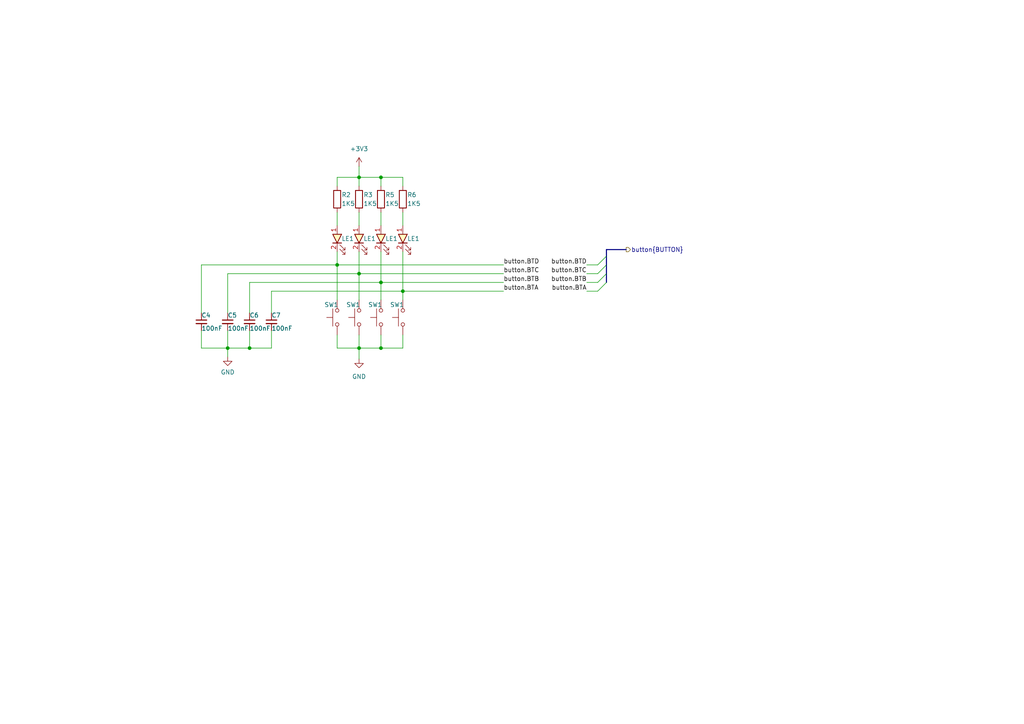
<source format=kicad_sch>
(kicad_sch (version 20230121) (generator eeschema)
  (paper "A4")
  (lib_symbols
    (symbol "Device:R" (pin_numbers hide) (pin_names (offset 0))
      (property "Reference" "R" (at 2.032 0 90))
      (property "Value" "R" (at 0 0 90))
      (symbol "R_0_1"
        (rectangle (start -1.016 -2.54) (end 1.016 2.54) (stroke (width 0.254)))
      )
      (symbol "R_1_1"
        (pin passive line (at 0 3.81 270) (length 1.27) (name "~") (number "1"))
        (pin passive line (at 0 -3.81 90) (length 1.27) (name "~") (number "2"))
      )
    )
    (symbol "IVS_SYMBOLS:C_Small" (pin_numbers hide) (pin_names (offset 0.254) hide)
      (property "Reference" "C" (at 0.254 1.778 0))
      (property "Value" "C_Small" (at 0.254 -2.032 0))
      (symbol "C_Small_0_1"
        (polyline (pts (xy -1.524 -0.508) (xy 1.524 -0.508)) (stroke (width 0.3302)))
        (polyline (pts (xy -1.524 0.508) (xy 1.524 0.508)) (stroke (width 0.3048)))
      )
      (symbol "C_Small_1_1"
        (pin passive line (at 0 2.54 270) (length 2.032) (name "~") (number "1"))
        (pin passive line (at 0 -2.54 90) (length 2.032) (name "~") (number "2"))
      )
    )
    (symbol "IVS_SYMBOLS:Led"
      (property "Reference" "LE" (at 0.508 -2.794 0))
      (property "Value" "Led" (at -0.254 2.794 0))
      (symbol "Led_0_1"
        (polyline (pts (xy 0 -1.27) (xy 0 1.27)) (stroke (width 0.254)))
        (polyline (pts (xy 2.54 -1.27) (xy 2.54 1.27) (xy 0 0) (xy 2.54 -1.27)) (stroke (width 0.254)) (fill (type background)))
        (polyline (pts (xy -1.778 -0.762) (xy -3.302 -2.286) (xy -2.54 -2.286) (xy -3.302 -2.286) (xy -3.302 -1.524)))
        (polyline (pts (xy -0.508 -0.762) (xy -2.032 -2.286) (xy -1.27 -2.286) (xy -2.032 -2.286) (xy -2.032 -1.524)))
      )
      (symbol "Led_1_1"
        (pin passive line (at 5.08 0 180) (length 2.54) (name "") (number "1"))
        (pin passive line (at -2.54 0 0) (length 2.54) (name "") (number "2"))
      )
    )
    (symbol "IVS_SYMBOLS:SW_Push" (pin_numbers hide) (pin_names (offset 1.016) hide)
      (property "Reference" "SW" (at 1.27 2.54 0))
      (property "Value" "SW_Push" (at 0 -1.524 0))
      (symbol "SW_Push_0_1"
        (circle (center -2.032 0) (radius 0.508))
        (polyline (pts (xy 0 1.27) (xy 0 3.048)))
        (polyline (pts (xy 2.54 1.27) (xy -2.54 1.27)))
        (circle (center 2.032 0) (radius 0.508))
        (pin passive line (at -5.08 0 0) (length 2.54) (name "1") (number "1"))
        (pin passive line (at 5.08 0 180) (length 2.54) (name "2") (number "2"))
      )
    )
    (symbol "power:+3V3" (power) (pin_names (offset 0))
      (property "Value" "+3V3" (at 0 3.556 0))
      (symbol "+3V3_0_1"
        (polyline (pts (xy -0.762 1.27) (xy 0 2.54)))
        (polyline (pts (xy 0 0) (xy 0 2.54)))
        (polyline (pts (xy 0 2.54) (xy 0.762 1.27)))
      )
      (symbol "+3V3_1_1"
        (pin power_in line (at 0 0 90) (length 0) hide (name "+3V3") (number "1"))
      )
    )
    (symbol "power:GND" (power) (pin_names (offset 0))
      (property "Value" "GND" (at 0 -3.81 0))
      (symbol "GND_0_1"
        (polyline (pts (xy 0 0) (xy 0 -1.27) (xy 1.27 -1.27) (xy 0 -2.54) (xy -1.27 -1.27) (xy 0 -1.27)))
      )
      (symbol "GND_1_1"
        (pin power_in line (at 0 0 270) (length 0) hide (name "GND") (number "1"))
      )
    )
  )
  (junction (at 97.79 76.835))
  (junction (at 66.04 100.965))
  (junction (at 110.49 51.435))
  (junction (at 104.14 51.435))
  (junction (at 104.14 79.375))
  (junction (at 116.84 84.455))
  (junction (at 72.39 100.965))
  (junction (at 110.49 100.965))
  (junction (at 110.49 81.915))
  (junction (at 104.14 100.965))
  (bus_entry (at 175.895 76.835) (size -2.54 2.54))
  (bus_entry (at 175.895 81.915) (size -2.54 2.54))
  (bus_entry (at 175.895 79.375) (size -2.54 2.54))
  (bus_entry (at 175.895 74.295) (size -2.54 2.54))
  (wire (pts (xy 116.84 97.155) (xy 116.84 100.965)))
  (wire (pts (xy 66.04 100.965) (xy 66.04 103.505)))
  (wire (pts (xy 173.355 84.455) (xy 170.18 84.455)))
  (bus (pts (xy 175.895 72.39) (xy 181.61 72.39)))
  (wire (pts (xy 110.49 100.965) (xy 116.84 100.965)))
  (wire (pts (xy 104.14 100.965) (xy 104.14 104.14)))
  (bus (pts (xy 175.895 79.375) (xy 175.895 76.835)))
  (wire (pts (xy 78.74 84.455) (xy 116.84 84.455)))
  (wire (pts (xy 72.39 95.885) (xy 72.39 100.965)))
  (wire (pts (xy 58.42 76.835) (xy 58.42 90.805)))
  (bus (pts (xy 175.895 76.835) (xy 175.895 74.295)))
  (wire (pts (xy 72.39 81.915) (xy 72.39 90.805)))
  (wire (pts (xy 116.84 61.595) (xy 116.84 65.405)))
  (wire (pts (xy 58.42 100.965) (xy 66.04 100.965)))
  (wire (pts (xy 97.79 61.595) (xy 97.79 65.405)))
  (wire (pts (xy 104.14 79.375) (xy 146.05 79.375)))
  (wire (pts (xy 110.49 97.155) (xy 110.49 100.965)))
  (wire (pts (xy 97.79 73.025) (xy 97.79 76.835)))
  (wire (pts (xy 104.14 100.965) (xy 110.49 100.965)))
  (wire (pts (xy 78.74 84.455) (xy 78.74 90.805)))
  (wire (pts (xy 97.79 76.835) (xy 97.79 86.995)))
  (wire (pts (xy 72.39 81.915) (xy 110.49 81.915)))
  (wire (pts (xy 66.04 95.885) (xy 66.04 100.965)))
  (wire (pts (xy 66.04 79.375) (xy 66.04 90.805)))
  (wire (pts (xy 110.49 51.435) (xy 104.14 51.435)))
  (wire (pts (xy 97.79 51.435) (xy 104.14 51.435)))
  (wire (pts (xy 104.14 51.435) (xy 104.14 53.975)))
  (wire (pts (xy 116.84 84.455) (xy 146.05 84.455)))
  (wire (pts (xy 97.79 100.965) (xy 104.14 100.965)))
  (wire (pts (xy 173.355 76.835) (xy 170.18 76.835)))
  (wire (pts (xy 110.49 61.595) (xy 110.49 65.405)))
  (wire (pts (xy 104.14 97.155) (xy 104.14 100.965)))
  (wire (pts (xy 97.79 97.155) (xy 97.79 100.965)))
  (bus (pts (xy 175.895 81.915) (xy 175.895 79.375)))
  (wire (pts (xy 173.355 81.915) (xy 170.18 81.915)))
  (wire (pts (xy 110.49 81.915) (xy 146.05 81.915)))
  (wire (pts (xy 104.14 48.26) (xy 104.14 51.435)))
  (wire (pts (xy 104.14 61.595) (xy 104.14 65.405)))
  (wire (pts (xy 116.84 53.975) (xy 116.84 51.435)))
  (wire (pts (xy 58.42 76.835) (xy 97.79 76.835)))
  (wire (pts (xy 110.49 81.915) (xy 110.49 86.995)))
  (wire (pts (xy 97.79 76.835) (xy 146.05 76.835)))
  (wire (pts (xy 72.39 100.965) (xy 78.74 100.965)))
  (bus (pts (xy 175.895 74.295) (xy 175.895 72.39)))
  (wire (pts (xy 110.49 73.025) (xy 110.49 81.915)))
  (wire (pts (xy 110.49 53.975) (xy 110.49 51.435)))
  (wire (pts (xy 116.84 51.435) (xy 110.49 51.435)))
  (wire (pts (xy 104.14 79.375) (xy 104.14 86.995)))
  (wire (pts (xy 104.14 73.025) (xy 104.14 79.375)))
  (wire (pts (xy 66.04 79.375) (xy 104.14 79.375)))
  (wire (pts (xy 116.84 73.025) (xy 116.84 84.455)))
  (wire (pts (xy 78.74 95.885) (xy 78.74 100.965)))
  (wire (pts (xy 173.355 79.375) (xy 170.18 79.375)))
  (wire (pts (xy 116.84 84.455) (xy 116.84 86.995)))
  (wire (pts (xy 58.42 95.885) (xy 58.42 100.965)))
  (wire (pts (xy 97.79 53.975) (xy 97.79 51.435)))
  (wire (pts (xy 66.04 100.965) (xy 72.39 100.965)))
  (label "button.BTB" (at 170.18 81.915 180))
  (label "button.BTD" (at 146.05 76.835 0))
  (label "button.BTC" (at 146.05 79.375 0))
  (label "button.BTC" (at 170.18 79.375 180))
  (label "button.BTA" (at 170.18 84.455 180))
  (label "button.BTA" (at 146.05 84.455 0))
  (label "button.BTD" (at 170.18 76.835 180))
  (label "button.BTB" (at 146.05 81.915 0))
  (hierarchical_label "button{BUTTON}" (shape output) (at 181.61 72.39 0))
  (symbol (lib_id "IVS_SYMBOLS:SW_Push") (at 116.84 92.075 90) (unit 1)
    (property "Reference" "SW1" (at 113.1029 88.39 90) (effects (justify right)))
    (property "Value" "SW_Push_B3F-4055_12x12x7.3_Omron" (effects hide))
    (property "Footprint" "IVS_FOOTPRINTS:SW_Push_TactileSwitch_12x12mm_DIP" (effects hide))
    (instances (project "Node_Vote" (path "" (reference "SW1") (unit 1)) (path "" (reference "BT4") (unit 1))))
  )
  (symbol (lib_id "IVS_SYMBOLS:C_Small") (at 78.74 93.345 0) (unit 1)
    (property "Reference" "C7" (at 78.74 91.44 0) (effects (justify left)))
    (property "Value" "100nF" (at 78.74 95.25 0) (effects (justify left)))
    (property "Footprint" "IVS_FOOTPRINTS:C_0603" (effects hide))
    (instances (project "Node_Vote" (path "" (reference "C7") (unit 1)) (path "" (reference "C14") (unit 1))))
  )
  (symbol (lib_id "IVS_SYMBOLS:Led") (at 110.49 70.485 90) (unit 1)
    (property "Reference" "LE1" (at 111.76 69.215 90) (effects (justify right)))
    (property "Value" "Led_Green_3mm_DIP" (effects hide))
    (property "Footprint" "IVS_FOOTPRINTS:LED_D3.0mm_Red" (effects hide))
    (instances (project "Node_Vote" (path "" (reference "LE1") (unit 1)) (path "" (reference "LE7") (unit 1))))
  )
  (symbol (lib_id "IVS_SYMBOLS:C_Small") (at 72.39 93.345 0) (unit 1)
    (property "Reference" "C6" (at 72.39 91.44 0) (effects (justify left)))
    (property "Value" "100nF" (at 72.39 95.25 0) (effects (justify left)))
    (property "Footprint" "IVS_FOOTPRINTS:C_0603" (effects hide))
    (instances (project "Node_Vote" (path "" (reference "C6") (unit 1)) (path "" (reference "C13") (unit 1))))
  )
  (symbol (lib_id "IVS_SYMBOLS:Led") (at 104.14 70.485 90) (unit 1)
    (property "Reference" "LE1" (at 105.41 69.215 90) (effects (justify right)))
    (property "Value" "Led_Green_3mm_DIP" (effects hide))
    (property "Footprint" "IVS_FOOTPRINTS:LED_D3.0mm_Red" (effects hide))
    (instances (project "Node_Vote" (path "" (reference "LE1") (unit 1)) (path "" (reference "LE6") (unit 1))))
  )
  (symbol (lib_id "IVS_SYMBOLS:C_Small") (at 58.42 93.345 0) (unit 1)
    (property "Reference" "C4" (at 58.42 91.44 0) (effects (justify left)))
    (property "Value" "100nF" (at 58.42 95.25 0) (effects (justify left)))
    (property "Footprint" "IVS_FOOTPRINTS:C_0603" (effects hide))
    (instances (project "Node_Vote" (path "" (reference "C4") (unit 1)) (path "" (reference "C11") (unit 1))))
  )
  (symbol (lib_id "Device:R") (at 110.49 57.785 0) (unit 1)
    (property "Reference" "R5" (at 111.76 56.515 0) (effects (justify left)))
    (property "Value" "1K5" (at 111.76 59.055 0) (effects (justify left)))
    (property "Footprint" "IVS_FOOTPRINTS:R_0603" (effects hide))
    (instances (project "Node_Vote" (path "" (reference "R5") (unit 1)) (path "" (reference "R19") (unit 1))))
  )
  (symbol (lib_id "IVS_SYMBOLS:SW_Push") (at 104.14 92.075 90) (unit 1)
    (property "Reference" "SW1" (at 100.4029 88.39 90) (effects (justify right)))
    (property "Value" "SW_Push_B3F-4055_12x12x7.3_Omron" (effects hide))
    (property "Footprint" "IVS_FOOTPRINTS:SW_Push_TactileSwitch_12x12mm_DIP" (effects hide))
    (instances (project "Node_Vote" (path "" (reference "SW1") (unit 1)) (path "" (reference "BT2") (unit 1))))
  )
  (symbol (lib_id "IVS_SYMBOLS:C_Small") (at 66.04 93.345 0) (unit 1)
    (property "Reference" "C5" (at 66.04 91.44 0) (effects (justify left)))
    (property "Value" "100nF" (at 66.04 95.25 0) (effects (justify left)))
    (property "Footprint" "IVS_FOOTPRINTS:C_0603" (effects hide))
    (instances (project "Node_Vote" (path "" (reference "C5") (unit 1)) (path "" (reference "C12") (unit 1))))
  )
  (symbol (lib_id "Device:R") (at 97.79 57.785 0) (unit 1)
    (property "Reference" "R2" (at 99.06 56.515 0) (effects (justify left)))
    (property "Value" "1K5" (at 99.06 59.055 0) (effects (justify left)))
    (property "Footprint" "IVS_FOOTPRINTS:R_0603" (effects hide))
    (instances (project "Node_Vote" (path "" (reference "R2") (unit 1)) (path "" (reference "R17") (unit 1))))
  )
  (symbol (lib_id "power:+3V3") (at 104.14 48.26 0) (unit 1)
    (property "Reference" "#PWR015" (effects hide))
    (property "Value" "+3V3" (at 104.14 43.18 0))
  )
  (symbol (lib_id "IVS_SYMBOLS:SW_Push") (at 110.49 92.075 90) (unit 1)
    (property "Reference" "SW1" (at 106.7529 88.39 90) (effects (justify right)))
    (property "Value" "SW_Push_B3F-4055_12x12x7.3_Omron" (effects hide))
    (property "Footprint" "IVS_FOOTPRINTS:SW_Push_TactileSwitch_12x12mm_DIP" (effects hide))
    (instances (project "Node_Vote" (path "" (reference "SW1") (unit 1)) (path "" (reference "BT3") (unit 1))))
  )
  (symbol (lib_id "Device:R") (at 116.84 57.785 0) (unit 1)
    (property "Reference" "R6" (at 118.11 56.515 0) (effects (justify left)))
    (property "Value" "1K5" (at 118.11 59.055 0) (effects (justify left)))
    (property "Footprint" "IVS_FOOTPRINTS:R_0603" (effects hide))
    (instances (project "Node_Vote" (path "" (reference "R6") (unit 1)) (path "" (reference "R20") (unit 1))))
  )
  (symbol (lib_id "IVS_SYMBOLS:Led") (at 97.79 70.485 90) (unit 1)
    (property "Reference" "LE1" (at 99.06 69.215 90) (effects (justify right)))
    (property "Value" "Led_Green_3mm_DIP" (effects hide))
    (property "Footprint" "IVS_FOOTPRINTS:LED_D3.0mm_Red" (effects hide))
    (instances (project "Node_Vote" (path "" (reference "LE1") (unit 1)) (path "" (reference "LE5") (unit 1))))
  )
  (symbol (lib_id "power:GND") (at 104.14 104.14 0) (unit 1)
    (property "Reference" "#PWR014" (effects hide))
    (property "Value" "GND" (at 104.14 109.22 0))
  )
  (symbol (lib_id "IVS_SYMBOLS:SW_Push") (at 97.79 92.075 90) (unit 1)
    (property "Reference" "SW1" (at 94.0529 88.39 90) (effects (justify right)))
    (property "Value" "SW_Push_B3F-4055_12x12x7.3_Omron" (effects hide))
    (property "Footprint" "IVS_FOOTPRINTS:SW_Push_TactileSwitch_12x12mm_DIP" (effects hide))
    (instances (project "Node_Vote" (path "" (reference "SW1") (unit 1)) (path "" (reference "BT1") (unit 1))))
  )
  (symbol (lib_id "IVS_SYMBOLS:Led") (at 116.84 70.485 90) (unit 1)
    (property "Reference" "LE1" (at 118.11 69.215 90) (effects (justify right)))
    (property "Value" "Led_Green_3mm_DIP" (effects hide))
    (property "Footprint" "IVS_FOOTPRINTS:LED_D3.0mm_Red" (effects hide))
    (instances (project "Node_Vote" (path "" (reference "LE1") (unit 1)) (path "" (reference "LE8") (unit 1))))
  )
  (symbol (lib_id "Device:R") (at 104.14 57.785 0) (unit 1)
    (property "Reference" "R3" (at 105.41 56.515 0) (effects (justify left)))
    (property "Value" "1K5" (at 105.41 59.055 0) (effects (justify left)))
    (property "Footprint" "IVS_FOOTPRINTS:R_0603" (effects hide))
    (instances (project "Node_Vote" (path "" (reference "R3") (unit 1)) (path "" (reference "R18") (unit 1))))
  )
  (symbol (lib_id "power:GND") (at 66.04 103.505 0) (unit 1)
    (property "Reference" "#PWR013" (effects hide))
    (property "Value" "GND" (at 66.04 107.95 0))
  )
)
</source>
